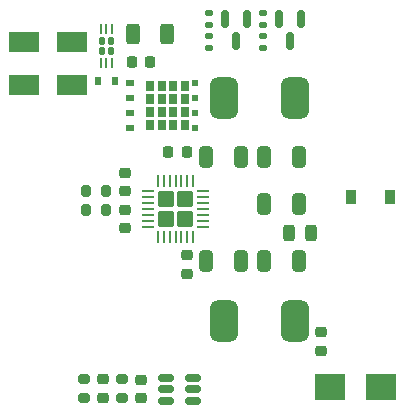
<source format=gbp>
G04 #@! TF.GenerationSoftware,KiCad,Pcbnew,7.0.1*
G04 #@! TF.CreationDate,2023-07-09T15:15:26+02:00*
G04 #@! TF.ProjectId,orion_power,6f72696f-6e5f-4706-9f77-65722e6b6963,rev?*
G04 #@! TF.SameCoordinates,Original*
G04 #@! TF.FileFunction,Paste,Bot*
G04 #@! TF.FilePolarity,Positive*
%FSLAX46Y46*%
G04 Gerber Fmt 4.6, Leading zero omitted, Abs format (unit mm)*
G04 Created by KiCad (PCBNEW 7.0.1) date 2023-07-09 15:15:26*
%MOMM*%
%LPD*%
G01*
G04 APERTURE LIST*
G04 Aperture macros list*
%AMRoundRect*
0 Rectangle with rounded corners*
0 $1 Rounding radius*
0 $2 $3 $4 $5 $6 $7 $8 $9 X,Y pos of 4 corners*
0 Add a 4 corners polygon primitive as box body*
4,1,4,$2,$3,$4,$5,$6,$7,$8,$9,$2,$3,0*
0 Add four circle primitives for the rounded corners*
1,1,$1+$1,$2,$3*
1,1,$1+$1,$4,$5*
1,1,$1+$1,$6,$7*
1,1,$1+$1,$8,$9*
0 Add four rect primitives between the rounded corners*
20,1,$1+$1,$2,$3,$4,$5,0*
20,1,$1+$1,$4,$5,$6,$7,0*
20,1,$1+$1,$6,$7,$8,$9,0*
20,1,$1+$1,$8,$9,$2,$3,0*%
G04 Aperture macros list end*
%ADD10RoundRect,0.135000X-0.185000X0.135000X-0.185000X-0.135000X0.185000X-0.135000X0.185000X0.135000X0*%
%ADD11RoundRect,0.150000X-0.150000X0.587500X-0.150000X-0.587500X0.150000X-0.587500X0.150000X0.587500X0*%
%ADD12RoundRect,0.225000X-0.250000X0.225000X-0.250000X-0.225000X0.250000X-0.225000X0.250000X0.225000X0*%
%ADD13RoundRect,0.200000X0.275000X-0.200000X0.275000X0.200000X-0.275000X0.200000X-0.275000X-0.200000X0*%
%ADD14RoundRect,0.218750X0.256250X-0.218750X0.256250X0.218750X-0.256250X0.218750X-0.256250X-0.218750X0*%
%ADD15RoundRect,0.200000X0.200000X0.275000X-0.200000X0.275000X-0.200000X-0.275000X0.200000X-0.275000X0*%
%ADD16RoundRect,0.135000X0.185000X-0.135000X0.185000X0.135000X-0.185000X0.135000X-0.185000X-0.135000X0*%
%ADD17R,2.500000X2.300000*%
%ADD18RoundRect,0.250000X-0.325000X-0.650000X0.325000X-0.650000X0.325000X0.650000X-0.325000X0.650000X0*%
%ADD19RoundRect,0.250000X0.325000X0.650000X-0.325000X0.650000X-0.325000X-0.650000X0.325000X-0.650000X0*%
%ADD20RoundRect,0.135000X0.135000X-0.200000X0.135000X0.200000X-0.135000X0.200000X-0.135000X-0.200000X0*%
%ADD21RoundRect,0.062500X0.062500X-0.350000X0.062500X0.350000X-0.062500X0.350000X-0.062500X-0.350000X0*%
%ADD22R,2.500000X1.800000*%
%ADD23RoundRect,0.250000X-0.455000X0.455000X-0.455000X-0.455000X0.455000X-0.455000X0.455000X0.455000X0*%
%ADD24RoundRect,0.062500X-0.062500X0.425000X-0.062500X-0.425000X0.062500X-0.425000X0.062500X0.425000X0*%
%ADD25RoundRect,0.062500X-0.425000X0.062500X-0.425000X-0.062500X0.425000X-0.062500X0.425000X0.062500X0*%
%ADD26R,0.600000X0.700000*%
%ADD27R,0.780000X0.900000*%
%ADD28R,0.650000X0.500000*%
%ADD29R,0.550000X0.500000*%
%ADD30RoundRect,0.243750X-0.243750X-0.456250X0.243750X-0.456250X0.243750X0.456250X-0.243750X0.456250X0*%
%ADD31RoundRect,0.225000X0.225000X0.250000X-0.225000X0.250000X-0.225000X-0.250000X0.225000X-0.250000X0*%
%ADD32RoundRect,0.250000X0.312500X0.625000X-0.312500X0.625000X-0.312500X-0.625000X0.312500X-0.625000X0*%
%ADD33RoundRect,0.150000X0.512500X0.150000X-0.512500X0.150000X-0.512500X-0.150000X0.512500X-0.150000X0*%
%ADD34RoundRect,0.587500X-0.587500X-1.162500X0.587500X-1.162500X0.587500X1.162500X-0.587500X1.162500X0*%
%ADD35R,0.900000X1.200000*%
%ADD36RoundRect,0.218750X-0.256250X0.218750X-0.256250X-0.218750X0.256250X-0.218750X0.256250X0.218750X0*%
G04 APERTURE END LIST*
D10*
X108475000Y-51865000D03*
X108475000Y-52885000D03*
D11*
X105250000Y-52387500D03*
X107150000Y-52387500D03*
X106200000Y-54262500D03*
D10*
X103900000Y-52885000D03*
X103900000Y-51865000D03*
D12*
X96775000Y-68550000D03*
X96775000Y-70100000D03*
D13*
X93300000Y-82837500D03*
X93300000Y-84487500D03*
D14*
X113375000Y-80462500D03*
X113375000Y-78887500D03*
D15*
X95150000Y-66925000D03*
X93500000Y-66925000D03*
D16*
X108475000Y-54835000D03*
X108475000Y-53815000D03*
D13*
X96500000Y-84487500D03*
X96500000Y-82837500D03*
D17*
X118425000Y-83525000D03*
X114125000Y-83525000D03*
D18*
X103665000Y-64070001D03*
X106615000Y-64070001D03*
D15*
X95150000Y-68575000D03*
X93500000Y-68575000D03*
D19*
X111490000Y-72820002D03*
X108540000Y-72820002D03*
D20*
X94885000Y-55035000D03*
X95565000Y-55035000D03*
X94885000Y-54215000D03*
X95565000Y-54215000D03*
D21*
X95725000Y-56062500D03*
X95225000Y-56062500D03*
X94725000Y-56062500D03*
X94725000Y-53187500D03*
X95225000Y-53187500D03*
X95725000Y-53187500D03*
D22*
X92275000Y-54275000D03*
X88275000Y-54275000D03*
X92275000Y-57975000D03*
X88275000Y-57975000D03*
D12*
X96775000Y-65400000D03*
X96775000Y-66950000D03*
D18*
X103665000Y-72820001D03*
X106615000Y-72820001D03*
D23*
X101885000Y-67644997D03*
X100265000Y-67644997D03*
X101885000Y-69264997D03*
X100265000Y-69264997D03*
D24*
X99575000Y-66092497D03*
X100075000Y-66092497D03*
X100575000Y-66092497D03*
X101075000Y-66092497D03*
X101575000Y-66092497D03*
X102075000Y-66092497D03*
X102575000Y-66092497D03*
D25*
X103437500Y-66954997D03*
X103437500Y-67454997D03*
X103437500Y-67954997D03*
X103437500Y-68454997D03*
X103437500Y-68954997D03*
X103437500Y-69454997D03*
X103437500Y-69954997D03*
D24*
X102575000Y-70817497D03*
X102075000Y-70817497D03*
X101575000Y-70817497D03*
X101075000Y-70817497D03*
X100575000Y-70817497D03*
X100075000Y-70817497D03*
X99575000Y-70817497D03*
D25*
X98712500Y-69954997D03*
X98712500Y-69454997D03*
X98712500Y-68954997D03*
X98712500Y-68454997D03*
X98712500Y-67954997D03*
X98712500Y-67454997D03*
X98712500Y-66954997D03*
D26*
X95925000Y-57575000D03*
X94525000Y-57575000D03*
D27*
X98925000Y-58075000D03*
X98925000Y-59175000D03*
X98925000Y-60275000D03*
X98925000Y-61375000D03*
X99905000Y-58075000D03*
X99905000Y-59175000D03*
X99905000Y-60275000D03*
X99905000Y-61375000D03*
X100885000Y-58075000D03*
X100885000Y-59175000D03*
X100885000Y-60275000D03*
X100885000Y-61375000D03*
X101865000Y-58075000D03*
X101865000Y-59175000D03*
X101865000Y-60275000D03*
X101865000Y-61375000D03*
D28*
X97175000Y-61630000D03*
X97175000Y-60360000D03*
X97175000Y-59090000D03*
X97175000Y-57820000D03*
D29*
X102725000Y-57820000D03*
X102725000Y-59090000D03*
X102725000Y-60360000D03*
X102725000Y-61630000D03*
D12*
X102025000Y-72375000D03*
X102025000Y-73925000D03*
D30*
X110637500Y-70475000D03*
X112512500Y-70475000D03*
D31*
X98900000Y-55975000D03*
X97350000Y-55975000D03*
D32*
X100387500Y-53625000D03*
X97462500Y-53625000D03*
D19*
X111490000Y-68045001D03*
X108540000Y-68045001D03*
D33*
X102575000Y-82775000D03*
X102575000Y-83725000D03*
X102575000Y-84675000D03*
X100300000Y-84675000D03*
X100300000Y-83725000D03*
X100300000Y-82775000D03*
D16*
X103900000Y-54835000D03*
X103900000Y-53815000D03*
D34*
X105140000Y-59020001D03*
X111190000Y-59020001D03*
D35*
X115925000Y-67475000D03*
X119225000Y-67475000D03*
D11*
X109800000Y-52387500D03*
X111700000Y-52387500D03*
X110750000Y-54262500D03*
D34*
X105140000Y-77895001D03*
X111190000Y-77895001D03*
D36*
X98125000Y-84475000D03*
X98125000Y-82900000D03*
D31*
X102015000Y-63645001D03*
X100465000Y-63645001D03*
D19*
X111490000Y-64070001D03*
X108540000Y-64070001D03*
D36*
X94900000Y-84450000D03*
X94900000Y-82875000D03*
M02*

</source>
